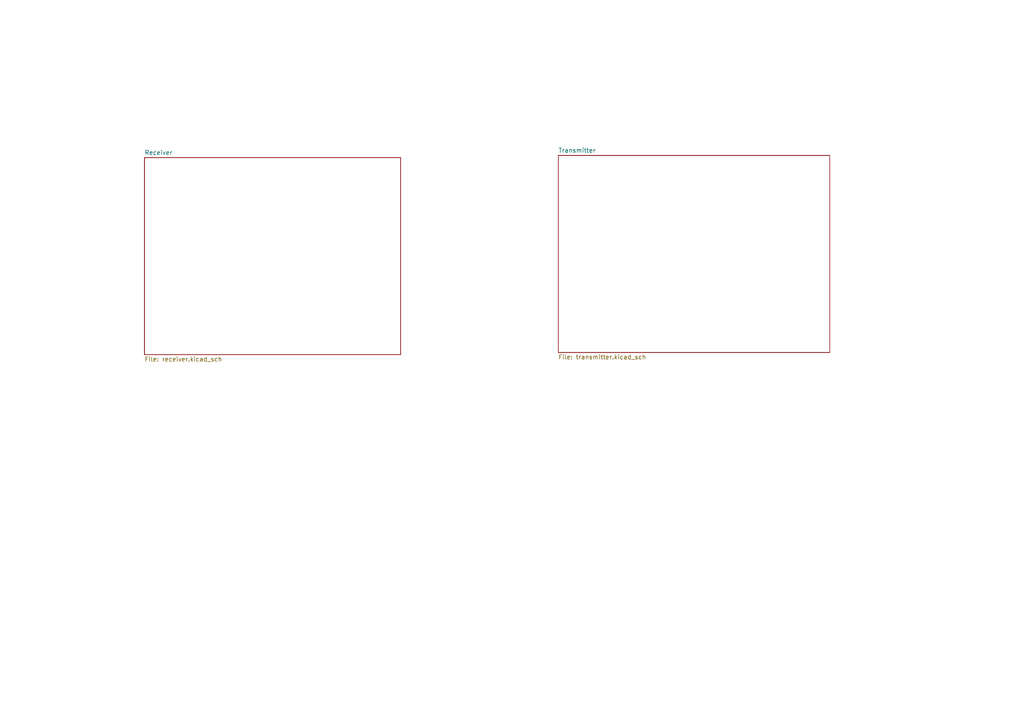
<source format=kicad_sch>
(kicad_sch
	(version 20231120)
	(generator "eeschema")
	(generator_version "8.0")
	(uuid "2f9dbeb1-22e7-4cdf-9e06-c4708c446459")
	(paper "A4")
	(title_block
		(title "Receiver and Transmitter Schematic Layout")
		(date "2024-05-01")
		(rev "1.0.0")
		(company "University of Cape Town")
	)
	(lib_symbols)
	(sheet
		(at 41.91 45.72)
		(size 74.295 57.15)
		(fields_autoplaced yes)
		(stroke
			(width 0.1524)
			(type solid)
		)
		(fill
			(color 0 0 0 0.0000)
		)
		(uuid "a14c02ff-6b1d-444f-ba7a-43e4efc5b5b7")
		(property "Sheetname" "Receiver"
			(at 41.91 45.0084 0)
			(effects
				(font
					(size 1.27 1.27)
				)
				(justify left bottom)
			)
		)
		(property "Sheetfile" "receiver.kicad_sch"
			(at 41.91 103.4546 0)
			(effects
				(font
					(size 1.27 1.27)
				)
				(justify left top)
			)
		)
		(instances
			(project "Receiver+transmitter"
				(path "/2f9dbeb1-22e7-4cdf-9e06-c4708c446459"
					(page "2")
				)
			)
		)
	)
	(sheet
		(at 161.925 45.085)
		(size 78.74 57.15)
		(fields_autoplaced yes)
		(stroke
			(width 0.1524)
			(type solid)
		)
		(fill
			(color 0 0 0 0.0000)
		)
		(uuid "d1fe75e9-b813-464a-b446-9191b8dc8848")
		(property "Sheetname" "Transmitter"
			(at 161.925 44.3734 0)
			(effects
				(font
					(size 1.27 1.27)
				)
				(justify left bottom)
			)
		)
		(property "Sheetfile" "transmitter.kicad_sch"
			(at 161.925 102.8196 0)
			(effects
				(font
					(size 1.27 1.27)
				)
				(justify left top)
			)
		)
		(instances
			(project "Receiver+transmitter"
				(path "/2f9dbeb1-22e7-4cdf-9e06-c4708c446459"
					(page "3")
				)
			)
		)
	)
	(sheet_instances
		(path "/"
			(page "1")
		)
	)
)

</source>
